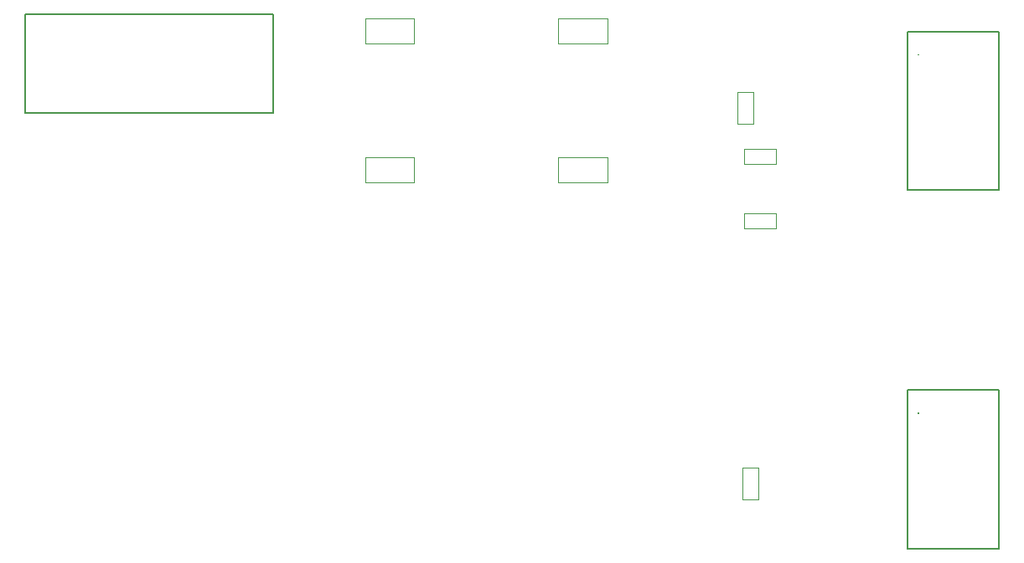
<source format=gm1>
G04*
G04 #@! TF.GenerationSoftware,Altium Limited,Altium Designer,20.0.11 (256)*
G04*
G04 Layer_Color=16711935*
%FSLAX25Y25*%
%MOIN*%
G70*
G01*
G75*
%ADD10C,0.00787*%
%ADD74C,0.00394*%
D10*
X358858Y260787D02*
X395079D01*
X358858Y197598D02*
X395079D01*
X358858D02*
Y197795D01*
X363189Y251634D02*
Y251693D01*
X358858Y260787D02*
X358858Y197598D01*
X395079D02*
Y260787D01*
X395138Y54721D02*
Y117910D01*
X358918D02*
X358918Y54721D01*
X363248Y108757D02*
Y108816D01*
X358918Y54721D02*
Y54918D01*
Y54721D02*
X395138D01*
X358918Y117910D02*
X395138D01*
X7874Y228346D02*
Y267717D01*
X106299D01*
X7874Y228346D02*
X106299D01*
Y267717D01*
D74*
X293898Y182272D02*
X306496D01*
X293898Y188375D02*
X306496D01*
Y182272D02*
Y188375D01*
X293898Y182272D02*
Y188375D01*
X299311Y74409D02*
Y87008D01*
X293209Y74409D02*
Y87008D01*
X299311D01*
X293209Y74409D02*
X299311D01*
X297342Y224016D02*
Y236614D01*
X291240Y224016D02*
Y236614D01*
X297342D01*
X291240Y224016D02*
X297342D01*
X293898Y207959D02*
X306496D01*
X293898Y214061D02*
X306496D01*
Y207959D02*
Y214061D01*
X293898Y207959D02*
Y214061D01*
X239409Y255827D02*
Y265827D01*
X219849Y255828D02*
Y265828D01*
X219921Y265827D02*
X239409D01*
X219921Y255827D02*
X239409D01*
X142992D02*
Y265827D01*
X162552Y255825D02*
Y265826D01*
X142992Y255827D02*
X162480D01*
X142992Y265827D02*
X162480D01*
X239409Y200709D02*
Y210709D01*
X219849Y200710D02*
Y210710D01*
X219921Y210709D02*
X239409D01*
X219921Y200709D02*
X239409D01*
X142992D02*
Y210709D01*
X162552Y200707D02*
Y210707D01*
X142992Y200709D02*
X162480D01*
X142992Y210709D02*
X162480D01*
M02*

</source>
